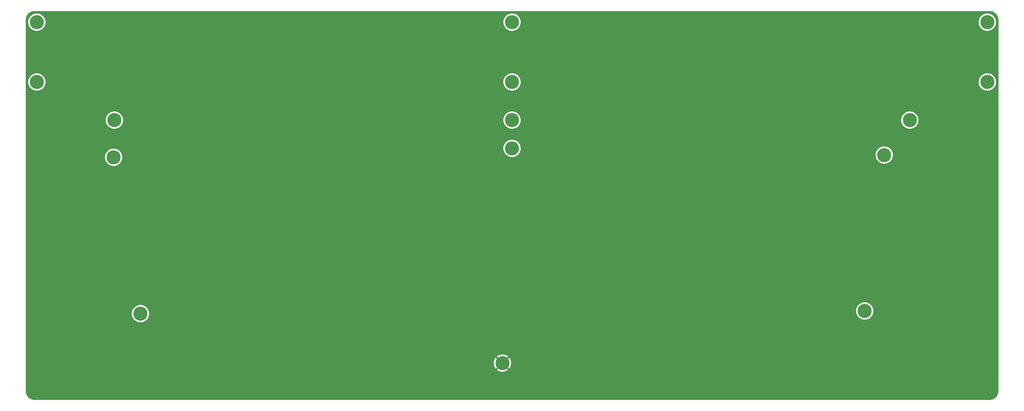
<source format=gbr>
G04 #@! TF.GenerationSoftware,KiCad,Pcbnew,(6.0.2)*
G04 #@! TF.CreationDate,2022-04-10T20:10:07+05:30*
G04 #@! TF.ProjectId,discipline-pcb,64697363-6970-46c6-996e-652d7063622e,rev?*
G04 #@! TF.SameCoordinates,Original*
G04 #@! TF.FileFunction,Copper,L2,Bot*
G04 #@! TF.FilePolarity,Positive*
%FSLAX46Y46*%
G04 Gerber Fmt 4.6, Leading zero omitted, Abs format (unit mm)*
G04 Created by KiCad (PCBNEW (6.0.2)) date 2022-04-10 20:10:07*
%MOMM*%
%LPD*%
G01*
G04 APERTURE LIST*
G04 #@! TA.AperFunction,ComponentPad*
%ADD10C,4.400000*%
G04 #@! TD*
G04 #@! TA.AperFunction,ViaPad*
%ADD11C,0.800000*%
G04 #@! TD*
G04 APERTURE END LIST*
D10*
X57766382Y-80444750D03*
X57766382Y-61694750D03*
X354660309Y-61694750D03*
X354660309Y-80444750D03*
X90144600Y-152984200D03*
X316382400Y-152120600D03*
X81762600Y-104013000D03*
X322478400Y-103327200D03*
X206213345Y-101219000D03*
X206213345Y-80444750D03*
X206213345Y-61694750D03*
X203200000Y-168452800D03*
X330453369Y-92373872D03*
X81973322Y-92373872D03*
X206213345Y-92373872D03*
D11*
X113753900Y-119024400D03*
G04 #@! TA.AperFunction,Conductor*
G36*
X355323307Y-58204250D02*
G01*
X355338108Y-58206555D01*
X355338111Y-58206555D01*
X355346980Y-58207936D01*
X355355882Y-58206772D01*
X355355884Y-58206772D01*
X355360212Y-58206206D01*
X355364945Y-58205587D01*
X355388343Y-58204721D01*
X355659584Y-58219953D01*
X355673616Y-58221534D01*
X355821372Y-58246639D01*
X355969123Y-58271743D01*
X355982898Y-58274887D01*
X356072521Y-58300707D01*
X356270931Y-58357868D01*
X356284252Y-58362529D01*
X356561183Y-58477238D01*
X356573906Y-58483365D01*
X356836253Y-58628359D01*
X356848206Y-58635870D01*
X357092661Y-58809319D01*
X357103709Y-58818129D01*
X357327208Y-59017860D01*
X357337198Y-59027850D01*
X357492144Y-59201234D01*
X357536930Y-59251350D01*
X357545739Y-59262396D01*
X357689236Y-59464637D01*
X357719186Y-59506848D01*
X357726700Y-59518806D01*
X357871692Y-59781149D01*
X357877821Y-59793876D01*
X357992530Y-60070807D01*
X357997191Y-60084128D01*
X358012634Y-60137731D01*
X358080172Y-60372161D01*
X358083316Y-60385936D01*
X358133524Y-60681438D01*
X358135106Y-60695475D01*
X358136073Y-60712691D01*
X358149930Y-60959431D01*
X358148628Y-60985877D01*
X358147123Y-60995539D01*
X358148288Y-61004446D01*
X358151245Y-61027060D01*
X358152309Y-61043398D01*
X358152309Y-177145832D01*
X358150809Y-177165216D01*
X358147123Y-177188890D01*
X358148287Y-177197792D01*
X358148287Y-177197794D01*
X358149472Y-177206852D01*
X358150338Y-177230255D01*
X358135106Y-177501490D01*
X358133525Y-177515526D01*
X358124345Y-177569552D01*
X358083316Y-177811033D01*
X358080172Y-177824808D01*
X357997191Y-178112841D01*
X357992530Y-178126162D01*
X357877823Y-178403089D01*
X357871694Y-178415816D01*
X357736694Y-178660081D01*
X357726703Y-178678158D01*
X357719186Y-178690121D01*
X357545740Y-178934571D01*
X357536931Y-178945618D01*
X357489413Y-178998790D01*
X357337199Y-179169118D01*
X357327209Y-179179108D01*
X357169407Y-179320129D01*
X357103709Y-179378840D01*
X357092663Y-179387649D01*
X356848206Y-179561099D01*
X356836253Y-179568610D01*
X356573906Y-179713604D01*
X356561183Y-179719731D01*
X356284252Y-179834440D01*
X356270931Y-179839101D01*
X356073195Y-179896068D01*
X355982898Y-179922082D01*
X355969123Y-179925226D01*
X355821372Y-179950330D01*
X355673616Y-179975435D01*
X355659584Y-179977016D01*
X355395623Y-179991840D01*
X355369182Y-179990538D01*
X355359520Y-179989033D01*
X355327999Y-179993155D01*
X355311661Y-179994219D01*
X57125487Y-179994219D01*
X57106215Y-179992736D01*
X57091120Y-179990400D01*
X57091116Y-179990400D01*
X57082245Y-179989027D01*
X57064278Y-179991393D01*
X57040882Y-179992279D01*
X56769636Y-179977292D01*
X56755594Y-179975723D01*
X56460040Y-179925783D01*
X56446262Y-179922651D01*
X56158173Y-179839937D01*
X56144832Y-179835283D01*
X56087101Y-179811432D01*
X55867795Y-179720825D01*
X55855066Y-179714709D01*
X55592598Y-179569958D01*
X55580628Y-179562452D01*
X55336019Y-179389227D01*
X55324963Y-179380427D01*
X55101283Y-179180898D01*
X55091283Y-179170916D01*
X54937181Y-178998790D01*
X54891345Y-178947593D01*
X54882529Y-178936558D01*
X54881117Y-178934571D01*
X54708861Y-178692266D01*
X54701335Y-178680313D01*
X54700142Y-178678158D01*
X54556103Y-178418097D01*
X54549963Y-178405376D01*
X54549014Y-178403089D01*
X54435008Y-178128561D01*
X54430329Y-178115228D01*
X54347091Y-177827284D01*
X54343934Y-177813511D01*
X54293457Y-177518047D01*
X54291863Y-177504008D01*
X54276801Y-177240076D01*
X54278077Y-177213632D01*
X54278201Y-177212834D01*
X54278201Y-177212829D01*
X54279573Y-177203964D01*
X54275460Y-177172730D01*
X54274382Y-177156280D01*
X54274382Y-170539223D01*
X201478703Y-170539223D01*
X201486227Y-170549654D01*
X201625483Y-170661820D01*
X201631657Y-170666208D01*
X201902271Y-170834978D01*
X201908931Y-170838594D01*
X202197852Y-170973627D01*
X202204905Y-170976420D01*
X202507970Y-171075770D01*
X202515282Y-171077688D01*
X202828092Y-171139909D01*
X202835590Y-171140937D01*
X203153610Y-171165128D01*
X203161173Y-171165246D01*
X203479785Y-171151057D01*
X203487326Y-171150265D01*
X203801924Y-171097901D01*
X203809302Y-171096211D01*
X204115355Y-171006425D01*
X204122450Y-171003871D01*
X204415496Y-170877969D01*
X204422263Y-170874565D01*
X204698042Y-170714380D01*
X204704349Y-170710190D01*
X204914305Y-170551689D01*
X204922761Y-170540296D01*
X204916045Y-170528056D01*
X203212810Y-168824820D01*
X203198869Y-168817208D01*
X203197034Y-168817339D01*
X203190420Y-168821590D01*
X201485818Y-170526193D01*
X201478703Y-170539223D01*
X54274382Y-170539223D01*
X54274382Y-168428183D01*
X200487388Y-168428183D01*
X200503245Y-168746714D01*
X200504076Y-168754243D01*
X200558085Y-169068559D01*
X200559818Y-169075946D01*
X200651196Y-169381495D01*
X200653799Y-169388608D01*
X200781227Y-169680973D01*
X200784669Y-169687729D01*
X200946296Y-169962665D01*
X200950519Y-169968950D01*
X201101463Y-170166734D01*
X201112989Y-170175196D01*
X201125054Y-170168535D01*
X202827980Y-168465610D01*
X202834357Y-168453931D01*
X203564408Y-168453931D01*
X203564539Y-168455766D01*
X203568790Y-168462380D01*
X205273285Y-170166874D01*
X205286408Y-170174040D01*
X205296709Y-170166651D01*
X205400751Y-170038855D01*
X205405164Y-170032714D01*
X205575349Y-169762987D01*
X205579005Y-169756336D01*
X205715544Y-169468135D01*
X205718375Y-169461095D01*
X205819306Y-169158567D01*
X205821270Y-169151233D01*
X205885122Y-168838789D01*
X205886194Y-168831265D01*
X205912173Y-168511851D01*
X205912378Y-168507376D01*
X205912927Y-168455021D01*
X205912817Y-168450589D01*
X205893529Y-168130653D01*
X205892621Y-168123151D01*
X205835319Y-167809393D01*
X205833518Y-167802060D01*
X205738935Y-167497455D01*
X205736263Y-167490383D01*
X205605781Y-167199370D01*
X205602264Y-167192643D01*
X205437771Y-166919421D01*
X205433481Y-166913177D01*
X205297991Y-166739447D01*
X205286199Y-166730978D01*
X205274486Y-166737525D01*
X203572020Y-168439990D01*
X203564408Y-168453931D01*
X202834357Y-168453931D01*
X202835592Y-168451669D01*
X202835461Y-168449834D01*
X202831210Y-168443220D01*
X201126445Y-166738456D01*
X201113510Y-166731392D01*
X201102949Y-166739052D01*
X200982766Y-166889872D01*
X200978410Y-166896070D01*
X200811059Y-167167564D01*
X200807479Y-167174240D01*
X200673956Y-167463874D01*
X200671206Y-167470925D01*
X200573444Y-167774508D01*
X200571561Y-167781841D01*
X200510979Y-168094970D01*
X200509992Y-168102470D01*
X200487467Y-168420602D01*
X200487388Y-168428183D01*
X54274382Y-168428183D01*
X54274382Y-166366223D01*
X201477917Y-166366223D01*
X201484520Y-166378109D01*
X203187190Y-168080780D01*
X203201131Y-168088392D01*
X203202966Y-168088261D01*
X203209580Y-168084010D01*
X204914559Y-166379030D01*
X204921571Y-166366189D01*
X204913777Y-166355501D01*
X204751298Y-166227413D01*
X204745075Y-166223088D01*
X204472702Y-166057157D01*
X204466025Y-166053622D01*
X204175686Y-165921613D01*
X204168616Y-165918899D01*
X203864537Y-165822732D01*
X203857186Y-165820885D01*
X203543746Y-165761942D01*
X203536237Y-165760994D01*
X203217989Y-165740135D01*
X203210424Y-165740095D01*
X202891964Y-165757621D01*
X202884450Y-165758490D01*
X202570405Y-165814148D01*
X202563044Y-165815915D01*
X202257980Y-165908892D01*
X202250860Y-165911540D01*
X201959182Y-166040490D01*
X201952445Y-166043967D01*
X201678355Y-166207033D01*
X201672091Y-166211290D01*
X201486385Y-166354562D01*
X201477917Y-166366223D01*
X54274382Y-166366223D01*
X54274382Y-152955785D01*
X87431298Y-152955785D01*
X87447536Y-153281959D01*
X87448177Y-153285690D01*
X87448178Y-153285698D01*
X87472008Y-153424377D01*
X87502841Y-153603819D01*
X87503929Y-153607458D01*
X87503930Y-153607461D01*
X87590324Y-153896339D01*
X87596414Y-153916704D01*
X87597927Y-153920175D01*
X87597929Y-153920181D01*
X87615242Y-153959903D01*
X87726897Y-154216081D01*
X87728820Y-154219352D01*
X87728822Y-154219356D01*
X87771184Y-154291415D01*
X87892402Y-154497614D01*
X87894703Y-154500629D01*
X88088231Y-154754212D01*
X88088236Y-154754217D01*
X88090531Y-154757225D01*
X88318414Y-154991153D01*
X88391235Y-155049807D01*
X88569796Y-155193631D01*
X88569801Y-155193635D01*
X88572749Y-155196009D01*
X88849853Y-155368827D01*
X89145712Y-155507103D01*
X89456040Y-155608834D01*
X89776342Y-155672546D01*
X89780114Y-155672833D01*
X89780122Y-155672834D01*
X90098202Y-155697029D01*
X90098207Y-155697029D01*
X90101979Y-155697316D01*
X90428233Y-155682786D01*
X90488025Y-155672834D01*
X90746637Y-155629790D01*
X90746642Y-155629789D01*
X90750378Y-155629167D01*
X91063749Y-155537234D01*
X91067216Y-155535744D01*
X91067220Y-155535743D01*
X91360321Y-155409816D01*
X91360323Y-155409815D01*
X91363805Y-155408319D01*
X91646201Y-155244291D01*
X91906845Y-155047524D01*
X92024404Y-154934197D01*
X92139232Y-154823503D01*
X92139235Y-154823500D01*
X92141963Y-154820870D01*
X92225201Y-154718629D01*
X92345755Y-154570551D01*
X92345758Y-154570547D01*
X92348149Y-154567610D01*
X92394376Y-154494344D01*
X92520388Y-154294628D01*
X92520390Y-154294625D01*
X92522415Y-154291415D01*
X92662238Y-153996284D01*
X92675254Y-153957270D01*
X92764390Y-153690097D01*
X92764392Y-153690091D01*
X92765592Y-153686493D01*
X92830981Y-153366529D01*
X92831858Y-153355756D01*
X92856191Y-153056581D01*
X92857456Y-153041026D01*
X92858051Y-152984200D01*
X92856110Y-152951996D01*
X92838626Y-152661993D01*
X92838626Y-152661989D01*
X92838398Y-152658215D01*
X92833250Y-152630024D01*
X92780405Y-152340673D01*
X92780404Y-152340669D01*
X92779725Y-152336951D01*
X92772322Y-152313107D01*
X92703724Y-152092185D01*
X313669098Y-152092185D01*
X313669287Y-152095977D01*
X313681469Y-152340673D01*
X313685336Y-152418359D01*
X313685977Y-152422090D01*
X313685978Y-152422098D01*
X313722356Y-152633805D01*
X313740641Y-152740219D01*
X313834214Y-153053104D01*
X313964697Y-153352481D01*
X313966620Y-153355752D01*
X313966622Y-153355756D01*
X314008984Y-153427815D01*
X314130202Y-153634014D01*
X314132503Y-153637029D01*
X314326031Y-153890612D01*
X314326036Y-153890617D01*
X314328331Y-153893625D01*
X314556214Y-154127553D01*
X314666124Y-154216081D01*
X314807596Y-154330031D01*
X314807601Y-154330035D01*
X314810549Y-154332409D01*
X315087653Y-154505227D01*
X315383512Y-154643503D01*
X315693840Y-154745234D01*
X316014142Y-154808946D01*
X316017914Y-154809233D01*
X316017922Y-154809234D01*
X316336002Y-154833429D01*
X316336007Y-154833429D01*
X316339779Y-154833716D01*
X316666033Y-154819186D01*
X316725825Y-154809234D01*
X316984437Y-154766190D01*
X316984442Y-154766189D01*
X316988178Y-154765567D01*
X317301549Y-154673634D01*
X317305016Y-154672144D01*
X317305020Y-154672143D01*
X317598121Y-154546216D01*
X317598123Y-154546215D01*
X317601605Y-154544719D01*
X317884001Y-154380691D01*
X318144645Y-154183924D01*
X318379763Y-153957270D01*
X318585949Y-153704010D01*
X318587970Y-153700807D01*
X318758188Y-153431028D01*
X318758190Y-153431025D01*
X318760215Y-153427815D01*
X318900038Y-153132684D01*
X318926588Y-153053104D01*
X319002190Y-152826497D01*
X319002192Y-152826491D01*
X319003392Y-152822893D01*
X319068781Y-152502929D01*
X319075356Y-152422098D01*
X319095074Y-152179661D01*
X319095256Y-152177426D01*
X319095851Y-152120600D01*
X319093910Y-152088396D01*
X319076426Y-151798393D01*
X319076426Y-151798389D01*
X319076198Y-151794615D01*
X319071050Y-151766424D01*
X319018205Y-151477073D01*
X319018204Y-151477069D01*
X319017525Y-151473351D01*
X319010122Y-151449507D01*
X318923804Y-151171517D01*
X318920682Y-151161463D01*
X318787070Y-150863469D01*
X318618626Y-150583684D01*
X318616299Y-150580700D01*
X318616294Y-150580693D01*
X318420126Y-150329158D01*
X318420124Y-150329156D01*
X318417790Y-150326163D01*
X318187470Y-150094634D01*
X317931003Y-149892452D01*
X317652105Y-149722545D01*
X317648661Y-149720979D01*
X317648657Y-149720977D01*
X317538067Y-149670695D01*
X317354814Y-149587375D01*
X317043437Y-149488900D01*
X316825892Y-149447990D01*
X316726209Y-149429245D01*
X316726207Y-149429245D01*
X316722486Y-149428545D01*
X316396608Y-149407186D01*
X316392828Y-149407394D01*
X316392827Y-149407394D01*
X316295297Y-149412762D01*
X316070524Y-149425132D01*
X316066797Y-149425793D01*
X316066793Y-149425793D01*
X315909741Y-149453627D01*
X315748957Y-149482122D01*
X315745341Y-149483224D01*
X315745333Y-149483226D01*
X315440189Y-149576227D01*
X315436567Y-149577331D01*
X315137877Y-149709381D01*
X315112441Y-149724514D01*
X314860474Y-149874417D01*
X314860468Y-149874421D01*
X314857214Y-149876357D01*
X314598644Y-150075843D01*
X314595934Y-150078511D01*
X314378207Y-150292845D01*
X314365913Y-150304947D01*
X314363549Y-150307914D01*
X314363546Y-150307917D01*
X314164756Y-150557383D01*
X314162391Y-150560351D01*
X313991026Y-150838357D01*
X313854302Y-151134936D01*
X313853141Y-151138540D01*
X313853141Y-151138541D01*
X313844596Y-151165077D01*
X313754197Y-151445792D01*
X313753479Y-151449503D01*
X313753478Y-151449507D01*
X313692882Y-151762705D01*
X313692881Y-151762714D01*
X313692163Y-151766424D01*
X313691896Y-151770200D01*
X313691895Y-151770205D01*
X313669366Y-152088396D01*
X313669098Y-152092185D01*
X92703724Y-152092185D01*
X92684004Y-152028677D01*
X92682882Y-152025063D01*
X92549270Y-151727069D01*
X92380826Y-151447284D01*
X92378499Y-151444300D01*
X92378494Y-151444293D01*
X92182326Y-151192758D01*
X92182324Y-151192756D01*
X92179990Y-151189763D01*
X91949670Y-150958234D01*
X91693203Y-150756052D01*
X91414305Y-150586145D01*
X91410861Y-150584579D01*
X91410857Y-150584577D01*
X91300267Y-150534295D01*
X91117014Y-150450975D01*
X90805637Y-150352500D01*
X90568557Y-150307917D01*
X90488409Y-150292845D01*
X90488407Y-150292845D01*
X90484686Y-150292145D01*
X90158808Y-150270786D01*
X90155028Y-150270994D01*
X90155027Y-150270994D01*
X90057497Y-150276362D01*
X89832724Y-150288732D01*
X89828997Y-150289393D01*
X89828993Y-150289393D01*
X89724472Y-150307917D01*
X89511157Y-150345722D01*
X89507541Y-150346824D01*
X89507533Y-150346826D01*
X89202389Y-150439827D01*
X89198767Y-150440931D01*
X88900077Y-150572981D01*
X88876619Y-150586937D01*
X88622674Y-150738017D01*
X88622668Y-150738021D01*
X88619414Y-150739957D01*
X88616412Y-150742273D01*
X88454824Y-150866938D01*
X88360844Y-150939443D01*
X88128113Y-151168547D01*
X88125749Y-151171514D01*
X88125746Y-151171517D01*
X88108820Y-151192758D01*
X87924591Y-151423951D01*
X87753226Y-151701957D01*
X87616502Y-151998536D01*
X87615341Y-152002140D01*
X87615341Y-152002141D01*
X87606796Y-152028677D01*
X87516397Y-152309392D01*
X87515679Y-152313103D01*
X87515678Y-152313107D01*
X87455082Y-152626305D01*
X87455081Y-152626314D01*
X87454363Y-152630024D01*
X87431298Y-152955785D01*
X54274382Y-152955785D01*
X54274382Y-103984585D01*
X79049298Y-103984585D01*
X79065536Y-104310759D01*
X79066177Y-104314490D01*
X79066178Y-104314498D01*
X79108768Y-104562356D01*
X79120841Y-104632619D01*
X79121929Y-104636258D01*
X79121930Y-104636261D01*
X79203021Y-104907407D01*
X79214414Y-104945504D01*
X79344897Y-105244881D01*
X79346820Y-105248152D01*
X79346822Y-105248156D01*
X79389184Y-105320215D01*
X79510402Y-105526414D01*
X79512703Y-105529429D01*
X79706231Y-105783012D01*
X79706236Y-105783017D01*
X79708531Y-105786025D01*
X79769385Y-105848493D01*
X79800306Y-105880234D01*
X79936414Y-106019953D01*
X80009235Y-106078607D01*
X80187796Y-106222431D01*
X80187801Y-106222435D01*
X80190749Y-106224809D01*
X80467853Y-106397627D01*
X80763712Y-106535903D01*
X81074040Y-106637634D01*
X81394342Y-106701346D01*
X81398114Y-106701633D01*
X81398122Y-106701634D01*
X81716202Y-106725829D01*
X81716207Y-106725829D01*
X81719979Y-106726116D01*
X82046233Y-106711586D01*
X82106025Y-106701634D01*
X82364637Y-106658590D01*
X82364642Y-106658589D01*
X82368378Y-106657967D01*
X82681749Y-106566034D01*
X82685216Y-106564544D01*
X82685220Y-106564543D01*
X82978321Y-106438616D01*
X82978323Y-106438615D01*
X82981805Y-106437119D01*
X83264201Y-106273091D01*
X83524845Y-106076324D01*
X83728258Y-105880234D01*
X83757232Y-105852303D01*
X83757235Y-105852300D01*
X83759963Y-105849670D01*
X83966149Y-105596410D01*
X84094613Y-105392807D01*
X84138388Y-105323428D01*
X84138390Y-105323425D01*
X84140415Y-105320215D01*
X84280238Y-105025084D01*
X84306788Y-104945504D01*
X84382390Y-104718897D01*
X84382392Y-104718891D01*
X84383592Y-104715293D01*
X84448981Y-104395329D01*
X84453540Y-104339284D01*
X84475274Y-104072061D01*
X84475456Y-104069826D01*
X84476051Y-104013000D01*
X84474110Y-103980796D01*
X84456626Y-103690793D01*
X84456626Y-103690789D01*
X84456398Y-103687015D01*
X84451250Y-103658824D01*
X84398405Y-103369473D01*
X84398404Y-103369469D01*
X84397725Y-103365751D01*
X84390322Y-103341907D01*
X84341279Y-103183964D01*
X84300882Y-103053863D01*
X84167270Y-102755869D01*
X83998826Y-102476084D01*
X83996499Y-102473100D01*
X83996494Y-102473093D01*
X83800326Y-102221558D01*
X83800324Y-102221556D01*
X83797990Y-102218563D01*
X83567670Y-101987034D01*
X83311203Y-101784852D01*
X83032305Y-101614945D01*
X83028861Y-101613379D01*
X83028857Y-101613377D01*
X82851555Y-101532763D01*
X82735014Y-101479775D01*
X82423637Y-101381300D01*
X82206092Y-101340390D01*
X82106409Y-101321645D01*
X82106407Y-101321645D01*
X82102686Y-101320945D01*
X81776808Y-101299586D01*
X81773028Y-101299794D01*
X81773027Y-101299794D01*
X81698058Y-101303920D01*
X81450724Y-101317532D01*
X81446997Y-101318193D01*
X81446993Y-101318193D01*
X81289940Y-101346027D01*
X81129157Y-101374522D01*
X81125541Y-101375624D01*
X81125533Y-101375626D01*
X80820389Y-101468627D01*
X80816767Y-101469731D01*
X80518077Y-101601781D01*
X80492641Y-101616914D01*
X80240674Y-101766817D01*
X80240668Y-101766821D01*
X80237414Y-101768757D01*
X80234412Y-101771073D01*
X80039700Y-101921293D01*
X79978844Y-101968243D01*
X79746113Y-102197347D01*
X79743749Y-102200314D01*
X79743746Y-102200317D01*
X79633959Y-102338091D01*
X79542591Y-102452751D01*
X79371226Y-102730757D01*
X79369637Y-102734204D01*
X79248262Y-102997489D01*
X79234502Y-103027336D01*
X79233341Y-103030940D01*
X79233341Y-103030941D01*
X79225378Y-103055670D01*
X79134397Y-103338192D01*
X79133679Y-103341903D01*
X79133678Y-103341907D01*
X79073082Y-103655105D01*
X79073081Y-103655114D01*
X79072363Y-103658824D01*
X79072096Y-103662600D01*
X79072095Y-103662605D01*
X79054030Y-103917755D01*
X79049298Y-103984585D01*
X54274382Y-103984585D01*
X54274382Y-101190585D01*
X203500043Y-101190585D01*
X203505685Y-101303920D01*
X203516022Y-101511547D01*
X203516281Y-101516759D01*
X203516922Y-101520490D01*
X203516923Y-101520498D01*
X203563840Y-101793537D01*
X203571586Y-101838619D01*
X203572674Y-101842258D01*
X203572675Y-101842261D01*
X203640805Y-102070069D01*
X203665159Y-102151504D01*
X203666672Y-102154975D01*
X203666674Y-102154981D01*
X203695692Y-102221558D01*
X203795642Y-102450881D01*
X203797565Y-102454152D01*
X203797567Y-102454156D01*
X203839929Y-102526215D01*
X203961147Y-102732414D01*
X203963448Y-102735429D01*
X204156976Y-102989012D01*
X204156981Y-102989017D01*
X204159276Y-102992025D01*
X204387159Y-103225953D01*
X204512860Y-103327200D01*
X204638541Y-103428431D01*
X204638546Y-103428435D01*
X204641494Y-103430809D01*
X204918598Y-103603627D01*
X205214457Y-103741903D01*
X205524785Y-103843634D01*
X205845087Y-103907346D01*
X205848859Y-103907633D01*
X205848867Y-103907634D01*
X206166947Y-103931829D01*
X206166952Y-103931829D01*
X206170724Y-103932116D01*
X206496978Y-103917586D01*
X206556770Y-103907634D01*
X206815382Y-103864590D01*
X206815387Y-103864589D01*
X206819123Y-103863967D01*
X207132494Y-103772034D01*
X207135961Y-103770544D01*
X207135965Y-103770543D01*
X207429066Y-103644616D01*
X207429068Y-103644615D01*
X207432550Y-103643119D01*
X207714946Y-103479091D01*
X207953785Y-103298785D01*
X319765098Y-103298785D01*
X319765287Y-103302577D01*
X319773961Y-103476807D01*
X319781336Y-103624959D01*
X319781977Y-103628690D01*
X319781978Y-103628698D01*
X319834115Y-103932116D01*
X319836641Y-103946819D01*
X319837729Y-103950458D01*
X319837730Y-103950461D01*
X319874097Y-104072061D01*
X319930214Y-104259704D01*
X320060697Y-104559081D01*
X320062620Y-104562352D01*
X320062622Y-104562356D01*
X320103928Y-104632619D01*
X320226202Y-104840614D01*
X320228503Y-104843629D01*
X320422031Y-105097212D01*
X320422036Y-105097217D01*
X320424331Y-105100225D01*
X320652214Y-105334153D01*
X320725035Y-105392807D01*
X320903596Y-105536631D01*
X320903601Y-105536635D01*
X320906549Y-105539009D01*
X321183653Y-105711827D01*
X321479512Y-105850103D01*
X321789840Y-105951834D01*
X322110142Y-106015546D01*
X322113914Y-106015833D01*
X322113922Y-106015834D01*
X322432002Y-106040029D01*
X322432007Y-106040029D01*
X322435779Y-106040316D01*
X322762033Y-106025786D01*
X322821825Y-106015834D01*
X323080437Y-105972790D01*
X323080442Y-105972789D01*
X323084178Y-105972167D01*
X323397549Y-105880234D01*
X323401016Y-105878744D01*
X323401020Y-105878743D01*
X323694121Y-105752816D01*
X323694123Y-105752815D01*
X323697605Y-105751319D01*
X323980001Y-105587291D01*
X324240645Y-105390524D01*
X324358204Y-105277197D01*
X324473032Y-105166503D01*
X324473035Y-105166500D01*
X324475763Y-105163870D01*
X324681949Y-104910610D01*
X324856215Y-104634415D01*
X324996038Y-104339284D01*
X324997240Y-104335682D01*
X325098190Y-104033097D01*
X325098192Y-104033091D01*
X325099392Y-104029493D01*
X325164781Y-103709529D01*
X325166613Y-103687015D01*
X325183710Y-103476807D01*
X325191256Y-103384026D01*
X325191851Y-103327200D01*
X325189910Y-103294996D01*
X325172426Y-103004993D01*
X325172426Y-103004989D01*
X325172198Y-103001215D01*
X325171016Y-102994739D01*
X325114205Y-102683673D01*
X325114204Y-102683669D01*
X325113525Y-102679951D01*
X325106122Y-102656107D01*
X325042397Y-102450881D01*
X325016682Y-102368063D01*
X324883070Y-102070069D01*
X324714626Y-101790284D01*
X324712299Y-101787300D01*
X324712294Y-101787293D01*
X324516126Y-101535758D01*
X324516124Y-101535756D01*
X324513790Y-101532763D01*
X324283470Y-101301234D01*
X324027003Y-101099052D01*
X323748105Y-100929145D01*
X323744661Y-100927579D01*
X323744657Y-100927577D01*
X323598459Y-100861105D01*
X323450814Y-100793975D01*
X323139437Y-100695500D01*
X322921892Y-100654590D01*
X322822209Y-100635845D01*
X322822207Y-100635845D01*
X322818486Y-100635145D01*
X322492608Y-100613786D01*
X322488828Y-100613994D01*
X322488827Y-100613994D01*
X322391297Y-100619362D01*
X322166524Y-100631732D01*
X322162797Y-100632393D01*
X322162793Y-100632393D01*
X322005741Y-100660227D01*
X321844957Y-100688722D01*
X321841341Y-100689824D01*
X321841333Y-100689826D01*
X321536189Y-100782827D01*
X321532567Y-100783931D01*
X321233877Y-100915981D01*
X321208441Y-100931114D01*
X320956474Y-101081017D01*
X320956468Y-101081021D01*
X320953214Y-101082957D01*
X320950212Y-101085273D01*
X320700324Y-101278061D01*
X320694644Y-101282443D01*
X320461913Y-101511547D01*
X320459549Y-101514514D01*
X320459546Y-101514517D01*
X320391233Y-101600245D01*
X320258391Y-101766951D01*
X320087026Y-102044957D01*
X319950302Y-102341536D01*
X319949141Y-102345140D01*
X319949141Y-102345141D01*
X319940596Y-102371677D01*
X319850197Y-102652392D01*
X319849479Y-102656103D01*
X319849478Y-102656107D01*
X319788882Y-102969305D01*
X319788881Y-102969314D01*
X319788163Y-102973024D01*
X319787896Y-102976800D01*
X319787895Y-102976805D01*
X319770086Y-103228335D01*
X319765098Y-103298785D01*
X207953785Y-103298785D01*
X207975590Y-103282324D01*
X208210708Y-103055670D01*
X208416894Y-102802410D01*
X208464141Y-102727528D01*
X208589133Y-102529428D01*
X208589135Y-102529425D01*
X208591160Y-102526215D01*
X208616328Y-102473093D01*
X208729354Y-102234522D01*
X208730983Y-102231084D01*
X208734161Y-102221558D01*
X208833135Y-101924897D01*
X208833137Y-101924891D01*
X208834337Y-101921293D01*
X208899726Y-101601329D01*
X208905060Y-101535758D01*
X208924248Y-101299834D01*
X208926201Y-101275826D01*
X208926796Y-101219000D01*
X208924855Y-101186796D01*
X208907371Y-100896793D01*
X208907371Y-100896789D01*
X208907143Y-100893015D01*
X208901995Y-100864824D01*
X208849150Y-100575473D01*
X208849149Y-100575469D01*
X208848470Y-100571751D01*
X208841067Y-100547907D01*
X208752749Y-100263477D01*
X208751627Y-100259863D01*
X208618015Y-99961869D01*
X208449571Y-99682084D01*
X208447244Y-99679100D01*
X208447239Y-99679093D01*
X208251071Y-99427558D01*
X208251069Y-99427556D01*
X208248735Y-99424563D01*
X208018415Y-99193034D01*
X207761948Y-98990852D01*
X207483050Y-98820945D01*
X207479606Y-98819379D01*
X207479602Y-98819377D01*
X207369012Y-98769095D01*
X207185759Y-98685775D01*
X206874382Y-98587300D01*
X206656837Y-98546390D01*
X206557154Y-98527645D01*
X206557152Y-98527645D01*
X206553431Y-98526945D01*
X206227553Y-98505586D01*
X206223773Y-98505794D01*
X206223772Y-98505794D01*
X206126242Y-98511162D01*
X205901469Y-98523532D01*
X205897742Y-98524193D01*
X205897738Y-98524193D01*
X205740685Y-98552027D01*
X205579902Y-98580522D01*
X205576286Y-98581624D01*
X205576278Y-98581626D01*
X205271134Y-98674627D01*
X205267512Y-98675731D01*
X204968822Y-98807781D01*
X204943386Y-98822914D01*
X204691419Y-98972817D01*
X204691413Y-98972821D01*
X204688159Y-98974757D01*
X204429589Y-99174243D01*
X204196858Y-99403347D01*
X204194494Y-99406314D01*
X204194491Y-99406317D01*
X204177565Y-99427558D01*
X203993336Y-99658751D01*
X203821971Y-99936757D01*
X203685247Y-100233336D01*
X203684086Y-100236940D01*
X203684086Y-100236941D01*
X203675541Y-100263477D01*
X203585142Y-100544192D01*
X203584424Y-100547903D01*
X203584423Y-100547907D01*
X203523827Y-100861105D01*
X203523826Y-100861114D01*
X203523108Y-100864824D01*
X203522841Y-100868600D01*
X203522840Y-100868605D01*
X203519486Y-100915981D01*
X203500043Y-101190585D01*
X54274382Y-101190585D01*
X54274382Y-92345457D01*
X79260020Y-92345457D01*
X79276258Y-92671631D01*
X79276899Y-92675362D01*
X79276900Y-92675370D01*
X79291431Y-92759932D01*
X79331563Y-92993491D01*
X79425136Y-93306376D01*
X79555619Y-93605753D01*
X79557542Y-93609024D01*
X79557544Y-93609028D01*
X79599906Y-93681087D01*
X79721124Y-93887286D01*
X79723425Y-93890301D01*
X79916953Y-94143884D01*
X79916958Y-94143889D01*
X79919253Y-94146897D01*
X80147136Y-94380825D01*
X80219957Y-94439479D01*
X80398518Y-94583303D01*
X80398523Y-94583307D01*
X80401471Y-94585681D01*
X80678575Y-94758499D01*
X80974434Y-94896775D01*
X81284762Y-94998506D01*
X81605064Y-95062218D01*
X81608836Y-95062505D01*
X81608844Y-95062506D01*
X81926924Y-95086701D01*
X81926929Y-95086701D01*
X81930701Y-95086988D01*
X82256955Y-95072458D01*
X82316747Y-95062506D01*
X82575359Y-95019462D01*
X82575364Y-95019461D01*
X82579100Y-95018839D01*
X82892471Y-94926906D01*
X82895938Y-94925416D01*
X82895942Y-94925415D01*
X83189043Y-94799488D01*
X83189045Y-94799487D01*
X83192527Y-94797991D01*
X83474923Y-94633963D01*
X83735567Y-94437196D01*
X83970685Y-94210542D01*
X84176871Y-93957282D01*
X84351137Y-93681087D01*
X84490960Y-93385956D01*
X84517510Y-93306376D01*
X84593112Y-93079769D01*
X84593114Y-93079763D01*
X84594314Y-93076165D01*
X84659703Y-92756201D01*
X84666278Y-92675370D01*
X84685996Y-92432933D01*
X84686178Y-92430698D01*
X84686773Y-92373872D01*
X84685060Y-92345457D01*
X203500043Y-92345457D01*
X203516281Y-92671631D01*
X203516922Y-92675362D01*
X203516923Y-92675370D01*
X203531454Y-92759932D01*
X203571586Y-92993491D01*
X203665159Y-93306376D01*
X203795642Y-93605753D01*
X203797565Y-93609024D01*
X203797567Y-93609028D01*
X203839929Y-93681087D01*
X203961147Y-93887286D01*
X203963448Y-93890301D01*
X204156976Y-94143884D01*
X204156981Y-94143889D01*
X204159276Y-94146897D01*
X204387159Y-94380825D01*
X204459980Y-94439479D01*
X204638541Y-94583303D01*
X204638546Y-94583307D01*
X204641494Y-94585681D01*
X204918598Y-94758499D01*
X205214457Y-94896775D01*
X205524785Y-94998506D01*
X205845087Y-95062218D01*
X205848859Y-95062505D01*
X205848867Y-95062506D01*
X206166947Y-95086701D01*
X206166952Y-95086701D01*
X206170724Y-95086988D01*
X206496978Y-95072458D01*
X206556770Y-95062506D01*
X206815382Y-95019462D01*
X206815387Y-95019461D01*
X206819123Y-95018839D01*
X207132494Y-94926906D01*
X207135961Y-94925416D01*
X207135965Y-94925415D01*
X207429066Y-94799488D01*
X207429068Y-94799487D01*
X207432550Y-94797991D01*
X207714946Y-94633963D01*
X207975590Y-94437196D01*
X208210708Y-94210542D01*
X208416894Y-93957282D01*
X208591160Y-93681087D01*
X208730983Y-93385956D01*
X208757533Y-93306376D01*
X208833135Y-93079769D01*
X208833137Y-93079763D01*
X208834337Y-93076165D01*
X208899726Y-92756201D01*
X208906301Y-92675370D01*
X208926019Y-92432933D01*
X208926201Y-92430698D01*
X208926796Y-92373872D01*
X208925083Y-92345457D01*
X327740067Y-92345457D01*
X327756305Y-92671631D01*
X327756946Y-92675362D01*
X327756947Y-92675370D01*
X327771478Y-92759932D01*
X327811610Y-92993491D01*
X327905183Y-93306376D01*
X328035666Y-93605753D01*
X328037589Y-93609024D01*
X328037591Y-93609028D01*
X328079953Y-93681087D01*
X328201171Y-93887286D01*
X328203472Y-93890301D01*
X328397000Y-94143884D01*
X328397005Y-94143889D01*
X328399300Y-94146897D01*
X328627183Y-94380825D01*
X328700004Y-94439479D01*
X328878565Y-94583303D01*
X328878570Y-94583307D01*
X328881518Y-94585681D01*
X329158622Y-94758499D01*
X329454481Y-94896775D01*
X329764809Y-94998506D01*
X330085111Y-95062218D01*
X330088883Y-95062505D01*
X330088891Y-95062506D01*
X330406971Y-95086701D01*
X330406976Y-95086701D01*
X330410748Y-95086988D01*
X330737002Y-95072458D01*
X330796794Y-95062506D01*
X331055406Y-95019462D01*
X331055411Y-95019461D01*
X331059147Y-95018839D01*
X331372518Y-94926906D01*
X331375985Y-94925416D01*
X331375989Y-94925415D01*
X331669090Y-94799488D01*
X331669092Y-94799487D01*
X331672574Y-94797991D01*
X331954970Y-94633963D01*
X332215614Y-94437196D01*
X332450732Y-94210542D01*
X332656918Y-93957282D01*
X332831184Y-93681087D01*
X332971007Y-93385956D01*
X332997557Y-93306376D01*
X333073159Y-93079769D01*
X333073161Y-93079763D01*
X333074361Y-93076165D01*
X333139750Y-92756201D01*
X333146325Y-92675370D01*
X333166043Y-92432933D01*
X333166225Y-92430698D01*
X333166820Y-92373872D01*
X333164879Y-92341668D01*
X333147395Y-92051665D01*
X333147395Y-92051661D01*
X333147167Y-92047887D01*
X333142019Y-92019696D01*
X333089174Y-91730345D01*
X333089173Y-91730341D01*
X333088494Y-91726623D01*
X333081091Y-91702779D01*
X332992773Y-91418349D01*
X332991651Y-91414735D01*
X332858039Y-91116741D01*
X332689595Y-90836956D01*
X332687268Y-90833972D01*
X332687263Y-90833965D01*
X332491095Y-90582430D01*
X332491093Y-90582428D01*
X332488759Y-90579435D01*
X332258439Y-90347906D01*
X332001972Y-90145724D01*
X331723074Y-89975817D01*
X331719630Y-89974251D01*
X331719626Y-89974249D01*
X331609036Y-89923967D01*
X331425783Y-89840647D01*
X331114406Y-89742172D01*
X330896861Y-89701262D01*
X330797178Y-89682517D01*
X330797176Y-89682517D01*
X330793455Y-89681817D01*
X330467577Y-89660458D01*
X330463797Y-89660666D01*
X330463796Y-89660666D01*
X330366266Y-89666034D01*
X330141493Y-89678404D01*
X330137766Y-89679065D01*
X330137762Y-89679065D01*
X329980710Y-89706899D01*
X329819926Y-89735394D01*
X329816310Y-89736496D01*
X329816302Y-89736498D01*
X329511158Y-89829499D01*
X329507536Y-89830603D01*
X329208846Y-89962653D01*
X329183410Y-89977786D01*
X328931443Y-90127689D01*
X328931437Y-90127693D01*
X328928183Y-90129629D01*
X328669613Y-90329115D01*
X328436882Y-90558219D01*
X328434518Y-90561186D01*
X328434515Y-90561189D01*
X328417589Y-90582430D01*
X328233360Y-90813623D01*
X328061995Y-91091629D01*
X327925271Y-91388208D01*
X327924110Y-91391812D01*
X327924110Y-91391813D01*
X327915565Y-91418349D01*
X327825166Y-91699064D01*
X327824448Y-91702775D01*
X327824447Y-91702779D01*
X327763851Y-92015977D01*
X327763850Y-92015986D01*
X327763132Y-92019696D01*
X327740067Y-92345457D01*
X208925083Y-92345457D01*
X208924855Y-92341668D01*
X208907371Y-92051665D01*
X208907371Y-92051661D01*
X208907143Y-92047887D01*
X208901995Y-92019696D01*
X208849150Y-91730345D01*
X208849149Y-91730341D01*
X208848470Y-91726623D01*
X208841067Y-91702779D01*
X208752749Y-91418349D01*
X208751627Y-91414735D01*
X208618015Y-91116741D01*
X208449571Y-90836956D01*
X208447244Y-90833972D01*
X208447239Y-90833965D01*
X208251071Y-90582430D01*
X208251069Y-90582428D01*
X208248735Y-90579435D01*
X208018415Y-90347906D01*
X207761948Y-90145724D01*
X207483050Y-89975817D01*
X207479606Y-89974251D01*
X207479602Y-89974249D01*
X207369012Y-89923967D01*
X207185759Y-89840647D01*
X206874382Y-89742172D01*
X206656837Y-89701262D01*
X206557154Y-89682517D01*
X206557152Y-89682517D01*
X206553431Y-89681817D01*
X206227553Y-89660458D01*
X206223773Y-89660666D01*
X206223772Y-89660666D01*
X206126242Y-89666034D01*
X205901469Y-89678404D01*
X205897742Y-89679065D01*
X205897738Y-89679065D01*
X205740686Y-89706899D01*
X205579902Y-89735394D01*
X205576286Y-89736496D01*
X205576278Y-89736498D01*
X205271134Y-89829499D01*
X205267512Y-89830603D01*
X204968822Y-89962653D01*
X204943386Y-89977786D01*
X204691419Y-90127689D01*
X204691413Y-90127693D01*
X204688159Y-90129629D01*
X204429589Y-90329115D01*
X204196858Y-90558219D01*
X204194494Y-90561186D01*
X204194491Y-90561189D01*
X204177565Y-90582430D01*
X203993336Y-90813623D01*
X203821971Y-91091629D01*
X203685247Y-91388208D01*
X203684086Y-91391812D01*
X203684086Y-91391813D01*
X203675541Y-91418349D01*
X203585142Y-91699064D01*
X203584424Y-91702775D01*
X203584423Y-91702779D01*
X203523827Y-92015977D01*
X203523826Y-92015986D01*
X203523108Y-92019696D01*
X203500043Y-92345457D01*
X84685060Y-92345457D01*
X84684832Y-92341668D01*
X84667348Y-92051665D01*
X84667348Y-92051661D01*
X84667120Y-92047887D01*
X84661972Y-92019696D01*
X84609127Y-91730345D01*
X84609126Y-91730341D01*
X84608447Y-91726623D01*
X84601044Y-91702779D01*
X84512726Y-91418349D01*
X84511604Y-91414735D01*
X84377992Y-91116741D01*
X84209548Y-90836956D01*
X84207221Y-90833972D01*
X84207216Y-90833965D01*
X84011048Y-90582430D01*
X84011046Y-90582428D01*
X84008712Y-90579435D01*
X83778392Y-90347906D01*
X83521925Y-90145724D01*
X83243027Y-89975817D01*
X83239583Y-89974251D01*
X83239579Y-89974249D01*
X83128989Y-89923967D01*
X82945736Y-89840647D01*
X82634359Y-89742172D01*
X82416814Y-89701262D01*
X82317131Y-89682517D01*
X82317129Y-89682517D01*
X82313408Y-89681817D01*
X81987530Y-89660458D01*
X81983750Y-89660666D01*
X81983749Y-89660666D01*
X81886219Y-89666034D01*
X81661446Y-89678404D01*
X81657719Y-89679065D01*
X81657715Y-89679065D01*
X81500663Y-89706899D01*
X81339879Y-89735394D01*
X81336263Y-89736496D01*
X81336255Y-89736498D01*
X81031111Y-89829499D01*
X81027489Y-89830603D01*
X80728799Y-89962653D01*
X80703363Y-89977786D01*
X80451396Y-90127689D01*
X80451390Y-90127693D01*
X80448136Y-90129629D01*
X80189566Y-90329115D01*
X79956835Y-90558219D01*
X79954471Y-90561186D01*
X79954468Y-90561189D01*
X79937542Y-90582430D01*
X79753313Y-90813623D01*
X79581948Y-91091629D01*
X79445224Y-91388208D01*
X79444063Y-91391812D01*
X79444063Y-91391813D01*
X79435518Y-91418349D01*
X79345119Y-91699064D01*
X79344401Y-91702775D01*
X79344400Y-91702779D01*
X79283804Y-92015977D01*
X79283803Y-92015986D01*
X79283085Y-92019696D01*
X79260020Y-92345457D01*
X54274382Y-92345457D01*
X54274382Y-80416335D01*
X55053080Y-80416335D01*
X55069318Y-80742509D01*
X55069959Y-80746240D01*
X55069960Y-80746248D01*
X55084491Y-80830810D01*
X55124623Y-81064369D01*
X55218196Y-81377254D01*
X55348679Y-81676631D01*
X55350602Y-81679902D01*
X55350604Y-81679906D01*
X55392966Y-81751965D01*
X55514184Y-81958164D01*
X55516485Y-81961179D01*
X55710013Y-82214762D01*
X55710018Y-82214767D01*
X55712313Y-82217775D01*
X55940196Y-82451703D01*
X56013017Y-82510357D01*
X56191578Y-82654181D01*
X56191583Y-82654185D01*
X56194531Y-82656559D01*
X56471635Y-82829377D01*
X56767494Y-82967653D01*
X57077822Y-83069384D01*
X57398124Y-83133096D01*
X57401896Y-83133383D01*
X57401904Y-83133384D01*
X57719984Y-83157579D01*
X57719989Y-83157579D01*
X57723761Y-83157866D01*
X58050015Y-83143336D01*
X58109807Y-83133384D01*
X58368419Y-83090340D01*
X58368424Y-83090339D01*
X58372160Y-83089717D01*
X58685531Y-82997784D01*
X58688998Y-82996294D01*
X58689002Y-82996293D01*
X58982103Y-82870366D01*
X58982105Y-82870365D01*
X58985587Y-82868869D01*
X59267983Y-82704841D01*
X59528627Y-82508074D01*
X59763745Y-82281420D01*
X59969931Y-82028160D01*
X60144197Y-81751965D01*
X60284020Y-81456834D01*
X60310570Y-81377254D01*
X60386172Y-81150647D01*
X60386174Y-81150641D01*
X60387374Y-81147043D01*
X60452763Y-80827079D01*
X60459338Y-80746248D01*
X60479056Y-80503811D01*
X60479238Y-80501576D01*
X60479833Y-80444750D01*
X60478120Y-80416335D01*
X203500043Y-80416335D01*
X203516281Y-80742509D01*
X203516922Y-80746240D01*
X203516923Y-80746248D01*
X203531454Y-80830810D01*
X203571586Y-81064369D01*
X203665159Y-81377254D01*
X203795642Y-81676631D01*
X203797565Y-81679902D01*
X203797567Y-81679906D01*
X203839929Y-81751965D01*
X203961147Y-81958164D01*
X203963448Y-81961179D01*
X204156976Y-82214762D01*
X204156981Y-82214767D01*
X204159276Y-82217775D01*
X204387159Y-82451703D01*
X204459980Y-82510357D01*
X204638541Y-82654181D01*
X204638546Y-82654185D01*
X204641494Y-82656559D01*
X204918598Y-82829377D01*
X205214457Y-82967653D01*
X205524785Y-83069384D01*
X205845087Y-83133096D01*
X205848859Y-83133383D01*
X205848867Y-83133384D01*
X206166947Y-83157579D01*
X206166952Y-83157579D01*
X206170724Y-83157866D01*
X206496978Y-83143336D01*
X206556770Y-83133384D01*
X206815382Y-83090340D01*
X206815387Y-83090339D01*
X206819123Y-83089717D01*
X207132494Y-82997784D01*
X207135961Y-82996294D01*
X207135965Y-82996293D01*
X207429066Y-82870366D01*
X207429068Y-82870365D01*
X207432550Y-82868869D01*
X207714946Y-82704841D01*
X207975590Y-82508074D01*
X208210708Y-82281420D01*
X208416894Y-82028160D01*
X208591160Y-81751965D01*
X208730983Y-81456834D01*
X208757533Y-81377254D01*
X208833135Y-81150647D01*
X208833137Y-81150641D01*
X208834337Y-81147043D01*
X208899726Y-80827079D01*
X208906301Y-80746248D01*
X208926019Y-80503811D01*
X208926201Y-80501576D01*
X208926796Y-80444750D01*
X208925083Y-80416335D01*
X351947007Y-80416335D01*
X351963245Y-80742509D01*
X351963886Y-80746240D01*
X351963887Y-80746248D01*
X351978418Y-80830810D01*
X352018550Y-81064369D01*
X352112123Y-81377254D01*
X352242606Y-81676631D01*
X352244529Y-81679902D01*
X352244531Y-81679906D01*
X352286893Y-81751965D01*
X352408111Y-81958164D01*
X352410412Y-81961179D01*
X352603940Y-82214762D01*
X352603945Y-82214767D01*
X352606240Y-82217775D01*
X352834123Y-82451703D01*
X352906944Y-82510357D01*
X353085505Y-82654181D01*
X353085510Y-82654185D01*
X353088458Y-82656559D01*
X353365562Y-82829377D01*
X353661421Y-82967653D01*
X353971749Y-83069384D01*
X354292051Y-83133096D01*
X354295823Y-83133383D01*
X354295831Y-83133384D01*
X354613911Y-83157579D01*
X354613916Y-83157579D01*
X354617688Y-83157866D01*
X354943942Y-83143336D01*
X355003734Y-83133384D01*
X355262346Y-83090340D01*
X355262351Y-83090339D01*
X355266087Y-83089717D01*
X355579458Y-82997784D01*
X355582925Y-82996294D01*
X355582929Y-82996293D01*
X355876030Y-82870366D01*
X355876032Y-82870365D01*
X355879514Y-82868869D01*
X356161910Y-82704841D01*
X356422554Y-82508074D01*
X356657672Y-82281420D01*
X356863858Y-82028160D01*
X357038124Y-81751965D01*
X357177947Y-81456834D01*
X357204497Y-81377254D01*
X357280099Y-81150647D01*
X357280101Y-81150641D01*
X357281301Y-81147043D01*
X357346690Y-80827079D01*
X357353265Y-80746248D01*
X357372983Y-80503811D01*
X357373165Y-80501576D01*
X357373760Y-80444750D01*
X357371819Y-80412546D01*
X357354335Y-80122543D01*
X357354335Y-80122539D01*
X357354107Y-80118765D01*
X357348959Y-80090574D01*
X357296114Y-79801223D01*
X357296113Y-79801219D01*
X357295434Y-79797501D01*
X357288031Y-79773657D01*
X357199713Y-79489227D01*
X357198591Y-79485613D01*
X357064979Y-79187619D01*
X356896535Y-78907834D01*
X356894208Y-78904850D01*
X356894203Y-78904843D01*
X356698035Y-78653308D01*
X356698033Y-78653306D01*
X356695699Y-78650313D01*
X356465379Y-78418784D01*
X356208912Y-78216602D01*
X355930014Y-78046695D01*
X355926570Y-78045129D01*
X355926566Y-78045127D01*
X355815976Y-77994845D01*
X355632723Y-77911525D01*
X355321346Y-77813050D01*
X355103801Y-77772140D01*
X355004118Y-77753395D01*
X355004116Y-77753395D01*
X355000395Y-77752695D01*
X354674517Y-77731336D01*
X354670737Y-77731544D01*
X354670736Y-77731544D01*
X354573206Y-77736912D01*
X354348433Y-77749282D01*
X354344706Y-77749943D01*
X354344702Y-77749943D01*
X354187649Y-77777777D01*
X354026866Y-77806272D01*
X354023250Y-77807374D01*
X354023242Y-77807376D01*
X353718098Y-77900377D01*
X353714476Y-77901481D01*
X353415786Y-78033531D01*
X353390350Y-78048664D01*
X353138383Y-78198567D01*
X353138377Y-78198571D01*
X353135123Y-78200507D01*
X352876553Y-78399993D01*
X352643822Y-78629097D01*
X352641458Y-78632064D01*
X352641455Y-78632067D01*
X352624529Y-78653308D01*
X352440300Y-78884501D01*
X352268935Y-79162507D01*
X352132211Y-79459086D01*
X352131050Y-79462690D01*
X352131050Y-79462691D01*
X352122505Y-79489227D01*
X352032106Y-79769942D01*
X352031388Y-79773653D01*
X352031387Y-79773657D01*
X351970791Y-80086855D01*
X351970790Y-80086864D01*
X351970072Y-80090574D01*
X351947007Y-80416335D01*
X208925083Y-80416335D01*
X208924855Y-80412546D01*
X208907371Y-80122543D01*
X208907371Y-80122539D01*
X208907143Y-80118765D01*
X208901995Y-80090574D01*
X208849150Y-79801223D01*
X208849149Y-79801219D01*
X208848470Y-79797501D01*
X208841067Y-79773657D01*
X208752749Y-79489227D01*
X208751627Y-79485613D01*
X208618015Y-79187619D01*
X208449571Y-78907834D01*
X208447244Y-78904850D01*
X208447239Y-78904843D01*
X208251071Y-78653308D01*
X208251069Y-78653306D01*
X208248735Y-78650313D01*
X208018415Y-78418784D01*
X207761948Y-78216602D01*
X207483050Y-78046695D01*
X207479606Y-78045129D01*
X207479602Y-78045127D01*
X207369012Y-77994845D01*
X207185759Y-77911525D01*
X206874382Y-77813050D01*
X206656837Y-77772140D01*
X206557154Y-77753395D01*
X206557152Y-77753395D01*
X206553431Y-77752695D01*
X206227553Y-77731336D01*
X206223773Y-77731544D01*
X206223772Y-77731544D01*
X206126242Y-77736912D01*
X205901469Y-77749282D01*
X205897742Y-77749943D01*
X205897738Y-77749943D01*
X205740685Y-77777777D01*
X205579902Y-77806272D01*
X205576286Y-77807374D01*
X205576278Y-77807376D01*
X205271134Y-77900377D01*
X205267512Y-77901481D01*
X204968822Y-78033531D01*
X204943386Y-78048664D01*
X204691419Y-78198567D01*
X204691413Y-78198571D01*
X204688159Y-78200507D01*
X204429589Y-78399993D01*
X204196858Y-78629097D01*
X204194494Y-78632064D01*
X204194491Y-78632067D01*
X204177565Y-78653308D01*
X203993336Y-78884501D01*
X203821971Y-79162507D01*
X203685247Y-79459086D01*
X203684086Y-79462690D01*
X203684086Y-79462691D01*
X203675541Y-79489227D01*
X203585142Y-79769942D01*
X203584424Y-79773653D01*
X203584423Y-79773657D01*
X203523827Y-80086855D01*
X203523826Y-80086864D01*
X203523108Y-80090574D01*
X203500043Y-80416335D01*
X60478120Y-80416335D01*
X60477892Y-80412546D01*
X60460408Y-80122543D01*
X60460408Y-80122539D01*
X60460180Y-80118765D01*
X60455032Y-80090574D01*
X60402187Y-79801223D01*
X60402186Y-79801219D01*
X60401507Y-79797501D01*
X60394104Y-79773657D01*
X60305786Y-79489227D01*
X60304664Y-79485613D01*
X60171052Y-79187619D01*
X60002608Y-78907834D01*
X60000281Y-78904850D01*
X60000276Y-78904843D01*
X59804108Y-78653308D01*
X59804106Y-78653306D01*
X59801772Y-78650313D01*
X59571452Y-78418784D01*
X59314985Y-78216602D01*
X59036087Y-78046695D01*
X59032643Y-78045129D01*
X59032639Y-78045127D01*
X58922049Y-77994845D01*
X58738796Y-77911525D01*
X58427419Y-77813050D01*
X58209874Y-77772140D01*
X58110191Y-77753395D01*
X58110189Y-77753395D01*
X58106468Y-77752695D01*
X57780590Y-77731336D01*
X57776810Y-77731544D01*
X57776809Y-77731544D01*
X57679279Y-77736912D01*
X57454506Y-77749282D01*
X57450779Y-77749943D01*
X57450775Y-77749943D01*
X57293723Y-77777777D01*
X57132939Y-77806272D01*
X57129323Y-77807374D01*
X57129315Y-77807376D01*
X56824171Y-77900377D01*
X56820549Y-77901481D01*
X56521859Y-78033531D01*
X56496423Y-78048664D01*
X56244456Y-78198567D01*
X56244450Y-78198571D01*
X56241196Y-78200507D01*
X55982626Y-78399993D01*
X55749895Y-78629097D01*
X55747531Y-78632064D01*
X55747528Y-78632067D01*
X55730602Y-78653308D01*
X55546373Y-78884501D01*
X55375008Y-79162507D01*
X55238284Y-79459086D01*
X55237123Y-79462690D01*
X55237123Y-79462691D01*
X55228578Y-79489227D01*
X55138179Y-79769942D01*
X55137461Y-79773653D01*
X55137460Y-79773657D01*
X55076864Y-80086855D01*
X55076863Y-80086864D01*
X55076145Y-80090574D01*
X55053080Y-80416335D01*
X54274382Y-80416335D01*
X54274382Y-61666335D01*
X55053080Y-61666335D01*
X55069318Y-61992509D01*
X55069959Y-61996240D01*
X55069960Y-61996248D01*
X55084491Y-62080810D01*
X55124623Y-62314369D01*
X55218196Y-62627254D01*
X55348679Y-62926631D01*
X55350602Y-62929902D01*
X55350604Y-62929906D01*
X55392966Y-63001965D01*
X55514184Y-63208164D01*
X55516485Y-63211179D01*
X55710013Y-63464762D01*
X55710018Y-63464767D01*
X55712313Y-63467775D01*
X55940196Y-63701703D01*
X56013017Y-63760357D01*
X56191578Y-63904181D01*
X56191583Y-63904185D01*
X56194531Y-63906559D01*
X56471635Y-64079377D01*
X56767494Y-64217653D01*
X57077822Y-64319384D01*
X57398124Y-64383096D01*
X57401896Y-64383383D01*
X57401904Y-64383384D01*
X57719984Y-64407579D01*
X57719989Y-64407579D01*
X57723761Y-64407866D01*
X58050015Y-64393336D01*
X58109807Y-64383384D01*
X58368419Y-64340340D01*
X58368424Y-64340339D01*
X58372160Y-64339717D01*
X58685531Y-64247784D01*
X58688998Y-64246294D01*
X58689002Y-64246293D01*
X58982103Y-64120366D01*
X58982105Y-64120365D01*
X58985587Y-64118869D01*
X59267983Y-63954841D01*
X59528627Y-63758074D01*
X59763745Y-63531420D01*
X59969931Y-63278160D01*
X60144197Y-63001965D01*
X60284020Y-62706834D01*
X60310570Y-62627254D01*
X60386172Y-62400647D01*
X60386174Y-62400641D01*
X60387374Y-62397043D01*
X60452763Y-62077079D01*
X60459338Y-61996248D01*
X60479056Y-61753811D01*
X60479238Y-61751576D01*
X60479833Y-61694750D01*
X60478120Y-61666335D01*
X203500043Y-61666335D01*
X203516281Y-61992509D01*
X203516922Y-61996240D01*
X203516923Y-61996248D01*
X203531454Y-62080810D01*
X203571586Y-62314369D01*
X203665159Y-62627254D01*
X203795642Y-62926631D01*
X203797565Y-62929902D01*
X203797567Y-62929906D01*
X203839929Y-63001965D01*
X203961147Y-63208164D01*
X203963448Y-63211179D01*
X204156976Y-63464762D01*
X204156981Y-63464767D01*
X204159276Y-63467775D01*
X204387159Y-63701703D01*
X204459980Y-63760357D01*
X204638541Y-63904181D01*
X204638546Y-63904185D01*
X204641494Y-63906559D01*
X204918598Y-64079377D01*
X205214457Y-64217653D01*
X205524785Y-64319384D01*
X205845087Y-64383096D01*
X205848859Y-64383383D01*
X205848867Y-64383384D01*
X206166947Y-64407579D01*
X206166952Y-64407579D01*
X206170724Y-64407866D01*
X206496978Y-64393336D01*
X206556770Y-64383384D01*
X206815382Y-64340340D01*
X206815387Y-64340339D01*
X206819123Y-64339717D01*
X207132494Y-64247784D01*
X207135961Y-64246294D01*
X207135965Y-64246293D01*
X207429066Y-64120366D01*
X207429068Y-64120365D01*
X207432550Y-64118869D01*
X207714946Y-63954841D01*
X207975590Y-63758074D01*
X208210708Y-63531420D01*
X208416894Y-63278160D01*
X208591160Y-63001965D01*
X208730983Y-62706834D01*
X208757533Y-62627254D01*
X208833135Y-62400647D01*
X208833137Y-62400641D01*
X208834337Y-62397043D01*
X208899726Y-62077079D01*
X208906301Y-61996248D01*
X208926019Y-61753811D01*
X208926201Y-61751576D01*
X208926796Y-61694750D01*
X208925083Y-61666335D01*
X351947007Y-61666335D01*
X351963245Y-61992509D01*
X351963886Y-61996240D01*
X351963887Y-61996248D01*
X351978418Y-62080810D01*
X352018550Y-62314369D01*
X352112123Y-62627254D01*
X352242606Y-62926631D01*
X352244529Y-62929902D01*
X352244531Y-62929906D01*
X352286893Y-63001965D01*
X352408111Y-63208164D01*
X352410412Y-63211179D01*
X352603940Y-63464762D01*
X352603945Y-63464767D01*
X352606240Y-63467775D01*
X352834123Y-63701703D01*
X352906944Y-63760357D01*
X353085505Y-63904181D01*
X353085510Y-63904185D01*
X353088458Y-63906559D01*
X353365562Y-64079377D01*
X353661421Y-64217653D01*
X353971749Y-64319384D01*
X354292051Y-64383096D01*
X354295823Y-64383383D01*
X354295831Y-64383384D01*
X354613911Y-64407579D01*
X354613916Y-64407579D01*
X354617688Y-64407866D01*
X354943942Y-64393336D01*
X355003734Y-64383384D01*
X355262346Y-64340340D01*
X355262351Y-64340339D01*
X355266087Y-64339717D01*
X355579458Y-64247784D01*
X355582925Y-64246294D01*
X355582929Y-64246293D01*
X355876030Y-64120366D01*
X355876032Y-64120365D01*
X355879514Y-64118869D01*
X356161910Y-63954841D01*
X356422554Y-63758074D01*
X356657672Y-63531420D01*
X356863858Y-63278160D01*
X357038124Y-63001965D01*
X357177947Y-62706834D01*
X357204497Y-62627254D01*
X357280099Y-62400647D01*
X357280101Y-62400641D01*
X357281301Y-62397043D01*
X357346690Y-62077079D01*
X357353265Y-61996248D01*
X357372983Y-61753811D01*
X357373165Y-61751576D01*
X357373760Y-61694750D01*
X357371819Y-61662546D01*
X357354335Y-61372543D01*
X357354335Y-61372539D01*
X357354107Y-61368765D01*
X357348959Y-61340574D01*
X357296114Y-61051223D01*
X357296113Y-61051219D01*
X357295434Y-61047501D01*
X357288031Y-61023657D01*
X357199713Y-60739227D01*
X357198591Y-60735613D01*
X357064979Y-60437619D01*
X356896535Y-60157834D01*
X356894208Y-60154850D01*
X356894203Y-60154843D01*
X356698035Y-59903308D01*
X356698033Y-59903306D01*
X356695699Y-59900313D01*
X356465379Y-59668784D01*
X356208912Y-59466602D01*
X355930014Y-59296695D01*
X355926570Y-59295129D01*
X355926566Y-59295127D01*
X355720058Y-59201234D01*
X355632723Y-59161525D01*
X355321346Y-59063050D01*
X355081038Y-59017860D01*
X355004118Y-59003395D01*
X355004116Y-59003395D01*
X355000395Y-59002695D01*
X354674517Y-58981336D01*
X354670737Y-58981544D01*
X354670736Y-58981544D01*
X354573206Y-58986912D01*
X354348433Y-58999282D01*
X354344706Y-58999943D01*
X354344702Y-58999943D01*
X354243606Y-59017860D01*
X354026866Y-59056272D01*
X354023250Y-59057374D01*
X354023242Y-59057376D01*
X353718098Y-59150377D01*
X353714476Y-59151481D01*
X353415786Y-59283531D01*
X353390350Y-59298664D01*
X353138383Y-59448567D01*
X353138377Y-59448571D01*
X353135123Y-59450507D01*
X353132121Y-59452823D01*
X353046589Y-59518811D01*
X352876553Y-59649993D01*
X352643822Y-59879097D01*
X352641458Y-59882064D01*
X352641455Y-59882067D01*
X352624529Y-59903308D01*
X352440300Y-60134501D01*
X352268935Y-60412507D01*
X352132211Y-60709086D01*
X352131050Y-60712690D01*
X352131050Y-60712691D01*
X352122505Y-60739227D01*
X352032106Y-61019942D01*
X352031388Y-61023653D01*
X352031387Y-61023657D01*
X351970791Y-61336855D01*
X351970790Y-61336864D01*
X351970072Y-61340574D01*
X351947007Y-61666335D01*
X208925083Y-61666335D01*
X208924855Y-61662546D01*
X208907371Y-61372543D01*
X208907371Y-61372539D01*
X208907143Y-61368765D01*
X208901995Y-61340574D01*
X208849150Y-61051223D01*
X208849149Y-61051219D01*
X208848470Y-61047501D01*
X208841067Y-61023657D01*
X208752749Y-60739227D01*
X208751627Y-60735613D01*
X208618015Y-60437619D01*
X208449571Y-60157834D01*
X208447244Y-60154850D01*
X208447239Y-60154843D01*
X208251071Y-59903308D01*
X208251069Y-59903306D01*
X208248735Y-59900313D01*
X208018415Y-59668784D01*
X207761948Y-59466602D01*
X207483050Y-59296695D01*
X207479606Y-59295129D01*
X207479602Y-59295127D01*
X207273094Y-59201234D01*
X207185759Y-59161525D01*
X206874382Y-59063050D01*
X206634074Y-59017860D01*
X206557154Y-59003395D01*
X206557152Y-59003395D01*
X206553431Y-59002695D01*
X206227553Y-58981336D01*
X206223773Y-58981544D01*
X206223772Y-58981544D01*
X206126242Y-58986912D01*
X205901469Y-58999282D01*
X205897742Y-58999943D01*
X205897738Y-58999943D01*
X205796642Y-59017860D01*
X205579902Y-59056272D01*
X205576286Y-59057374D01*
X205576278Y-59057376D01*
X205271134Y-59150377D01*
X205267512Y-59151481D01*
X204968822Y-59283531D01*
X204943386Y-59298664D01*
X204691419Y-59448567D01*
X204691413Y-59448571D01*
X204688159Y-59450507D01*
X204685157Y-59452823D01*
X204599625Y-59518811D01*
X204429589Y-59649993D01*
X204196858Y-59879097D01*
X204194494Y-59882064D01*
X204194491Y-59882067D01*
X204177565Y-59903308D01*
X203993336Y-60134501D01*
X203821971Y-60412507D01*
X203685247Y-60709086D01*
X203684086Y-60712690D01*
X203684086Y-60712691D01*
X203675541Y-60739227D01*
X203585142Y-61019942D01*
X203584424Y-61023653D01*
X203584423Y-61023657D01*
X203523827Y-61336855D01*
X203523826Y-61336864D01*
X203523108Y-61340574D01*
X203500043Y-61666335D01*
X60478120Y-61666335D01*
X60477892Y-61662546D01*
X60460408Y-61372543D01*
X60460408Y-61372539D01*
X60460180Y-61368765D01*
X60455032Y-61340574D01*
X60402187Y-61051223D01*
X60402186Y-61051219D01*
X60401507Y-61047501D01*
X60394104Y-61023657D01*
X60305786Y-60739227D01*
X60304664Y-60735613D01*
X60171052Y-60437619D01*
X60002608Y-60157834D01*
X60000281Y-60154850D01*
X60000276Y-60154843D01*
X59804108Y-59903308D01*
X59804106Y-59903306D01*
X59801772Y-59900313D01*
X59571452Y-59668784D01*
X59314985Y-59466602D01*
X59036087Y-59296695D01*
X59032643Y-59295129D01*
X59032639Y-59295127D01*
X58826131Y-59201234D01*
X58738796Y-59161525D01*
X58427419Y-59063050D01*
X58187111Y-59017860D01*
X58110191Y-59003395D01*
X58110189Y-59003395D01*
X58106468Y-59002695D01*
X57780590Y-58981336D01*
X57776810Y-58981544D01*
X57776809Y-58981544D01*
X57679279Y-58986912D01*
X57454506Y-58999282D01*
X57450779Y-58999943D01*
X57450775Y-58999943D01*
X57349679Y-59017860D01*
X57132939Y-59056272D01*
X57129323Y-59057374D01*
X57129315Y-59057376D01*
X56824171Y-59150377D01*
X56820549Y-59151481D01*
X56521859Y-59283531D01*
X56496423Y-59298664D01*
X56244456Y-59448567D01*
X56244450Y-59448571D01*
X56241196Y-59450507D01*
X56238194Y-59452823D01*
X56152662Y-59518811D01*
X55982626Y-59649993D01*
X55749895Y-59879097D01*
X55747531Y-59882064D01*
X55747528Y-59882067D01*
X55730602Y-59903308D01*
X55546373Y-60134501D01*
X55375008Y-60412507D01*
X55238284Y-60709086D01*
X55237123Y-60712690D01*
X55237123Y-60712691D01*
X55228578Y-60739227D01*
X55138179Y-61019942D01*
X55137461Y-61023653D01*
X55137460Y-61023657D01*
X55076864Y-61336855D01*
X55076863Y-61336864D01*
X55076145Y-61340574D01*
X55053080Y-61666335D01*
X54274382Y-61666335D01*
X54274382Y-61051137D01*
X54275882Y-61031752D01*
X54278187Y-61016951D01*
X54278187Y-61016948D01*
X54279568Y-61008079D01*
X54277219Y-60990114D01*
X54276353Y-60966714D01*
X54289331Y-60735613D01*
X54291585Y-60695475D01*
X54293167Y-60681438D01*
X54343375Y-60385936D01*
X54346519Y-60372161D01*
X54414057Y-60137731D01*
X54429500Y-60084128D01*
X54434161Y-60070807D01*
X54548870Y-59793876D01*
X54554999Y-59781149D01*
X54699991Y-59518806D01*
X54707505Y-59506848D01*
X54737456Y-59464637D01*
X54880952Y-59262396D01*
X54889761Y-59251350D01*
X54934548Y-59201234D01*
X55089493Y-59027850D01*
X55099483Y-59017860D01*
X55322982Y-58818129D01*
X55334030Y-58809319D01*
X55578485Y-58635870D01*
X55590438Y-58628359D01*
X55852785Y-58483365D01*
X55865508Y-58477238D01*
X56142439Y-58362529D01*
X56155760Y-58357868D01*
X56354170Y-58300707D01*
X56443793Y-58274887D01*
X56457568Y-58271743D01*
X56605319Y-58246639D01*
X56753075Y-58221534D01*
X56767107Y-58219953D01*
X57031068Y-58205129D01*
X57057509Y-58206431D01*
X57067171Y-58207936D01*
X57098693Y-58203814D01*
X57115030Y-58202750D01*
X355303922Y-58202750D01*
X355323307Y-58204250D01*
G37*
G04 #@! TD.AperFunction*
M02*

</source>
